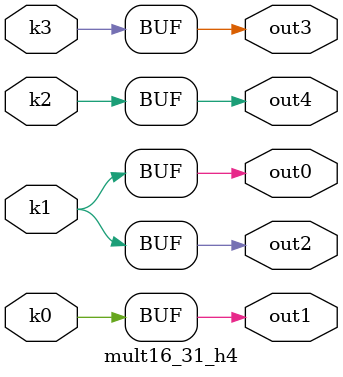
<source format=v>
module mult16_31(pi0, pi1, pi2, pi3, pi4, pi5, pi6, pi7, pi8, po0, po1, po2, po3, po4);
input pi0, pi1, pi2, pi3, pi4, pi5, pi6, pi7, pi8;
output po0, po1, po2, po3, po4;
wire k0, k1, k2, k3;
mult16_31_w4 DUT1 (pi0, pi1, pi2, pi3, pi4, pi5, pi6, pi7, pi8, k0, k1, k2, k3);
mult16_31_h4 DUT2 (k0, k1, k2, k3, po0, po1, po2, po3, po4);
endmodule

module mult16_31_w4(in8, in7, in6, in5, in4, in3, in2, in1, in0, k3, k2, k1, k0);
input in8, in7, in6, in5, in4, in3, in2, in1, in0;
output k3, k2, k1, k0;
assign k0 =   in0 ? (((~in8 | ~in4) & ((in2 & (in1 ? ~in3 : (in3 | (in7 & (in6 ^ in5))))) | (~in3 & ~in2 & ~in1))) | ((in7 | (~in6 & in5) | (in6 & ~in5)) & ((~in3 & (in2 ^ ~in1)) | (in2 & ~in1 & (in3 | (~in8 & ~in4))))) | ((~in7 | in8 | in4) & (~in6 ^ in5) & (in3 ? (in2 ^ ~in1) : (~in2 & in1))) | ((in3 ? (in2 ^ ~in1) : (~in2 & in1)) & ((in8 & in4) | (~in7 & (in8 | in4)))) | (~in7 & in8 & in4 & ~in2 & in1 & (~in6 ^ in5))) : (((~in6 ^ in5) & ((~in3 & ((~in7 & ((in8 & in4 & (in2 | ~in1)) | (in2 & ~in1))) | (in2 & ~in1 & (in8 | in4)))) | (~in7 & in8 & in4 & in2 & ~in1))) | (~in3 & in2 & ~in1 & ((in8 & in4) | (~in7 & (in8 | in4)))) | (((~in2 & in1) | (in3 & (~in2 | in1))) & ((in7 & ~in8 & ~in4) | ((in6 ^ in5) & ((~in8 & ~in4) | (in7 & (~in8 | ~in4)))))) | (in3 & ~in2 & in1 & (in7 | ~in8 | ~in4 | (~in6 & in5) | (in6 & ~in5))));
assign k1 =   ((in2 ^ in1) & (((~in6 ^ in5) & ((~in7 & ((~in4 & in3) | (in8 & in4 & ~in3))) | (in3 & (in4 ? (in7 | ~in8) : in8)))) | ((in6 ^ in5) & ((~in3 & ((in7 & (~in8 | ~in4)) | (~in8 & ~in4))) | (in4 & in3 & (~in7 | in8)))) | (~in4 & (in7 ? (~in8 & ~in3) : (in8 & in3))))) | ((~in2 ^ in1) & (((~in6 ^ in5) & ((~in7 & ((in8 & in4 & in3) | (~in4 & ~in3))) | (~in3 & (in4 ? (in7 | ~in8) : in8)))) | ((in6 ^ in5) & ((in3 & ((in7 & (~in8 | ~in4)) | (~in8 & ~in4))) | (in4 & ~in3 & (~in7 | in8)))) | (~in4 & (in7 ? (~in8 & in3) : (in8 & ~in3)))));
assign k2 =   ~in6 & in5;
assign k3 =   ((~in5 ^ in4) & (in8 ? (~in7 ^ in6) : (in7 ^ in6))) | ((in5 ^ in4) & (in8 ? (in7 ^ in6) : (~in7 ^ in6)));
endmodule

module mult16_31_h4(k3, k2, k1, k0, out4, out3, out2, out1, out0);
input k3, k2, k1, k0;
output out4, out3, out2, out1, out0;
assign out0 = k1;
assign out1 = k0;
assign out2 = k1;
assign out3 = k3;
assign out4 = k2;
endmodule

</source>
